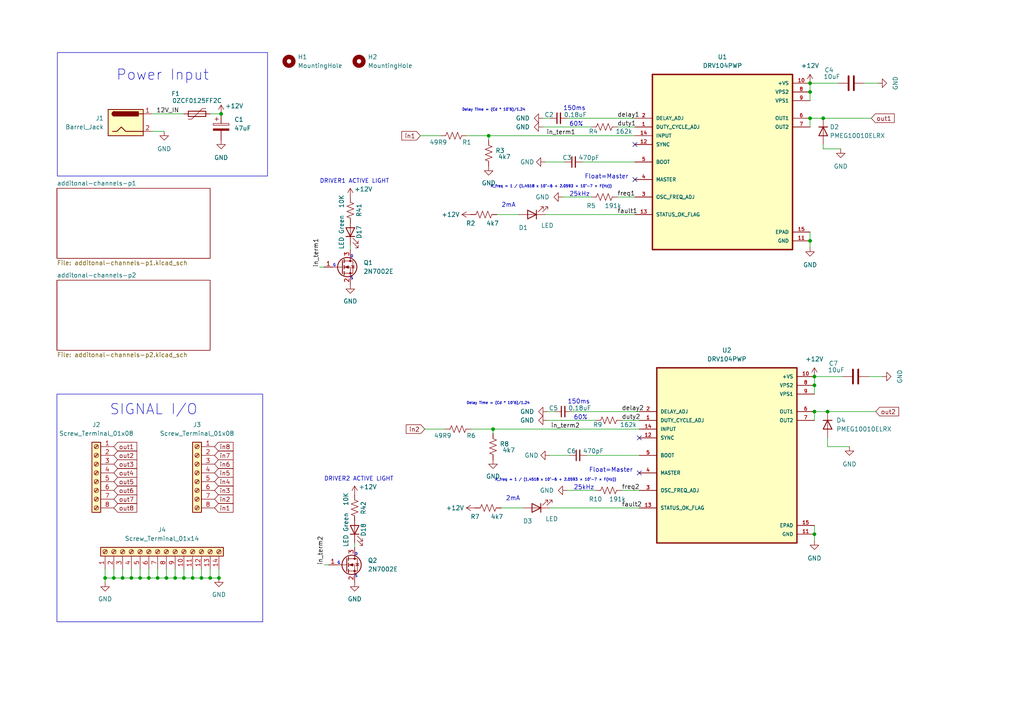
<source format=kicad_sch>
(kicad_sch (version 20230121) (generator eeschema)
  (paper "A4")
  (title_block (title "8 Channel PWM Solenoid Driver") (date "2023-08-16") (rev "1.0") (company "Boston University"))
  (lib_symbols
    (symbol "Connector:Barrel_Jack" (pin_names (offset 1.016))
      (property "Reference" "J" (at 0 5.334 0))
      (property "Value" "Barrel_Jack" (at 0 -5.08 0))
      (symbol "Barrel_Jack_0_1"
        (rectangle (start -5.08 3.81) (end 5.08 -3.81) (stroke (width 0.254)) (fill (type background)))
        (arc (start -3.302 3.175) (mid -3.9343 2.54) (end -3.302 1.905) (stroke (width 0.254)))
        (arc (start -3.302 3.175) (mid -3.9343 2.54) (end -3.302 1.905) (stroke (width 0.254)) (fill (type outline)))
        (polyline (pts (xy 5.08 2.54) (xy 3.81 2.54)) (stroke (width 0.254)))
        (polyline (pts (xy -3.81 -2.54) (xy -2.54 -2.54) (xy -1.27 -1.27) (xy 0 -2.54) (xy 2.54 -2.54) (xy 5.08 -2.54)) (stroke (width 0.254)))
        (rectangle (start 3.683 3.175) (end -3.302 1.905) (stroke (width 0.254)) (fill (type outline)))
      )
      (symbol "Barrel_Jack_1_1"
        (pin passive line (at 7.62 2.54 180) (length 2.54) (name "~") (number "1"))
        (pin passive line (at 7.62 -2.54 180) (length 2.54) (name "~") (number "2"))
      )
    )
    (symbol "Connector:Screw_Terminal_01x08" (pin_names (offset 1.016) hide)
      (property "Reference" "J" (at 0 10.16 0))
      (property "Value" "Screw_Terminal_01x08" (at 0 -12.7 0))
      (symbol "Screw_Terminal_01x08_1_1"
        (rectangle (start -1.27 8.89) (end 1.27 -11.43) (stroke (width 0.254)) (fill (type background)))
        (circle (center 0 -10.16) (radius 0.635) (stroke (width 0.1524)))
        (circle (center 0 -7.62) (radius 0.635) (stroke (width 0.1524)))
        (circle (center 0 -5.08) (radius 0.635) (stroke (width 0.1524)))
        (circle (center 0 -2.54) (radius 0.635) (stroke (width 0.1524)))
        (polyline (pts (xy -0.5334 -9.8298) (xy 0.3302 -10.668)) (stroke (width 0.1524)))
        (polyline (pts (xy -0.5334 -7.2898) (xy 0.3302 -8.128)) (stroke (width 0.1524)))
        (polyline (pts (xy -0.5334 -4.7498) (xy 0.3302 -5.588)) (stroke (width 0.1524)))
        (polyline (pts (xy -0.5334 -2.2098) (xy 0.3302 -3.048)) (stroke (width 0.1524)))
        (polyline (pts (xy -0.5334 0.3302) (xy 0.3302 -0.508)) (stroke (width 0.1524)))
        (polyline (pts (xy -0.5334 2.8702) (xy 0.3302 2.032)) (stroke (width 0.1524)))
        (polyline (pts (xy -0.5334 5.4102) (xy 0.3302 4.572)) (stroke (width 0.1524)))
        (polyline (pts (xy -0.5334 7.9502) (xy 0.3302 7.112)) (stroke (width 0.1524)))
        (polyline (pts (xy -0.3556 -9.652) (xy 0.508 -10.4902)) (stroke (width 0.1524)))
        (polyline (pts (xy -0.3556 -7.112) (xy 0.508 -7.9502)) (stroke (width 0.1524)))
        (polyline (pts (xy -0.3556 -4.572) (xy 0.508 -5.4102)) (stroke (width 0.1524)))
        (polyline (pts (xy -0.3556 -2.032) (xy 0.508 -2.8702)) (stroke (width 0.1524)))
        (polyline (pts (xy -0.3556 0.508) (xy 0.508 -0.3302)) (stroke (width 0.1524)))
        (polyline (pts (xy -0.3556 3.048) (xy 0.508 2.2098)) (stroke (width 0.1524)))
        (polyline (pts (xy -0.3556 5.588) (xy 0.508 4.7498)) (stroke (width 0.1524)))
        (polyline (pts (xy -0.3556 8.128) (xy 0.508 7.2898)) (stroke (width 0.1524)))
        (circle (center 0 0) (radius 0.635) (stroke (width 0.1524)))
        (circle (center 0 2.54) (radius 0.635) (stroke (width 0.1524)))
        (circle (center 0 5.08) (radius 0.635) (stroke (width 0.1524)))
        (circle (center 0 7.62) (radius 0.635) (stroke (width 0.1524)))
        (pin passive line (at -5.08 7.62 0) (length 3.81) (name "Pin_1") (number "1"))
        (pin passive line (at -5.08 5.08 0) (length 3.81) (name "Pin_2") (number "2"))
        (pin passive line (at -5.08 2.54 0) (length 3.81) (name "Pin_3") (number "3"))
        (pin passive line (at -5.08 0 0) (length 3.81) (name "Pin_4") (number "4"))
        (pin passive line (at -5.08 -2.54 0) (length 3.81) (name "Pin_5") (number "5"))
        (pin passive line (at -5.08 -5.08 0) (length 3.81) (name "Pin_6") (number "6"))
        (pin passive line (at -5.08 -7.62 0) (length 3.81) (name "Pin_7") (number "7"))
        (pin passive line (at -5.08 -10.16 0) (length 3.81) (name "Pin_8") (number "8"))
      )
    )
    (symbol "Connector:Screw_Terminal_01x14" (pin_names (offset 1.016) hide)
      (property "Reference" "J" (at 0 17.78 0))
      (property "Value" "Screw_Terminal_01x14" (at 0 -20.32 0))
      (symbol "Screw_Terminal_01x14_1_1"
        (rectangle (start -1.27 16.51) (end 1.27 -19.05) (stroke (width 0.254)) (fill (type background)))
        (circle (center 0 -17.78) (radius 0.635) (stroke (width 0.1524)))
        (circle (center 0 -15.24) (radius 0.635) (stroke (width 0.1524)))
        (circle (center 0 -12.7) (radius 0.635) (stroke (width 0.1524)))
        (circle (center 0 -10.16) (radius 0.635) (stroke (width 0.1524)))
        (circle (center 0 -7.62) (radius 0.635) (stroke (width 0.1524)))
        (circle (center 0 -5.08) (radius 0.635) (stroke (width 0.1524)))
        (circle (center 0 -2.54) (radius 0.635) (stroke (width 0.1524)))
        (polyline (pts (xy -0.5334 -17.4498) (xy 0.3302 -18.288)) (stroke (width 0.1524)))
        (polyline (pts (xy -0.5334 -14.9098) (xy 0.3302 -15.748)) (stroke (width 0.1524)))
        (polyline (pts (xy -0.5334 -12.3698) (xy 0.3302 -13.208)) (stroke (width 0.1524)))
        (polyline (pts (xy -0.5334 -9.8298) (xy 0.3302 -10.668)) (stroke (width 0.1524)))
        (polyline (pts (xy -0.5334 -7.2898) (xy 0.3302 -8.128)) (stroke (width 0.1524)))
        (polyline (pts (xy -0.5334 -4.7498) (xy 0.3302 -5.588)) (stroke (width 0.1524)))
        (polyline (pts (xy -0.5334 -2.2098) (xy 0.3302 -3.048)) (stroke (width 0.1524)))
        (polyline (pts (xy -0.5334 0.3302) (xy 0.3302 -0.508)) (stroke (width 0.1524)))
        (polyline (pts (xy -0.5334 2.8702) (xy 0.3302 2.032)) (stroke (width 0.1524)))
        (polyline (pts (xy -0.5334 5.4102) (xy 0.3302 4.572)) (stroke (width 0.1524)))
        (polyline (pts (xy -0.5334 7.9502) (xy 0.3302 7.112)) (stroke (width 0.1524)))
        (polyline (pts (xy -0.5334 10.4902) (xy 0.3302 9.652)) (stroke (width 0.1524)))
        (polyline (pts (xy -0.5334 13.0302) (xy 0.3302 12.192)) (stroke (width 0.1524)))
        (polyline (pts (xy -0.5334 15.5702) (xy 0.3302 14.732)) (stroke (width 0.1524)))
        (polyline (pts (xy -0.3556 -17.272) (xy 0.508 -18.1102)) (stroke (width 0.1524)))
        (polyline (pts (xy -0.3556 -14.732) (xy 0.508 -15.5702)) (stroke (width 0.1524)))
        (polyline (pts (xy -0.3556 -12.192) (xy 0.508 -13.0302)) (stroke (width 0.1524)))
        (polyline (pts (xy -0.3556 -9.652) (xy 0.508 -10.4902)) (stroke (width 0.1524)))
        (polyline (pts (xy -0.3556 -7.112) (xy 0.508 -7.9502)) (stroke (width 0.1524)))
        (polyline (pts (xy -0.3556 -4.572) (xy 0.508 -5.4102)) (stroke (width 0.1524)))
        (polyline (pts (xy -0.3556 -2.032) (xy 0.508 -2.8702)) (stroke (width 0.1524)))
        (polyline (pts (xy -0.3556 0.508) (xy 0.508 -0.3302)) (stroke (width 0.1524)))
        (polyline (pts (xy -0.3556 3.048) (xy 0.508 2.2098)) (stroke (width 0.1524)))
        (polyline (pts (xy -0.3556 5.588) (xy 0.508 4.7498)) (stroke (width 0.1524)))
        (polyline (pts (xy -0.3556 8.128) (xy 0.508 7.2898)) (stroke (width 0.1524)))
        (polyline (pts (xy -0.3556 10.668) (xy 0.508 9.8298)) (stroke (width 0.1524)))
        (polyline (pts (xy -0.3556 13.208) (xy 0.508 12.3698)) (stroke (width 0.1524)))
        (polyline (pts (xy -0.3556 15.748) (xy 0.508 14.9098)) (stroke (width 0.1524)))
        (circle (center 0 0) (radius 0.635) (stroke (width 0.1524)))
        (circle (center 0 2.54) (radius 0.635) (stroke (width 0.1524)))
        (circle (center 0 5.08) (radius 0.635) (stroke (width 0.1524)))
        (circle (center 0 7.62) (radius 0.635) (stroke (width 0.1524)))
        (circle (center 0 10.16) (radius 0.635) (stroke (width 0.1524)))
        (circle (center 0 12.7) (radius 0.635) (stroke (width 0.1524)))
        (circle (center 0 15.24) (radius 0.635) (stroke (width 0.1524)))
        (pin passive line (at -5.08 15.24 0) (length 3.81) (name "Pin_1") (number "1"))
        (pin passive line (at -5.08 -7.62 0) (length 3.81) (name "Pin_10") (number "10"))
        (pin passive line (at -5.08 -10.16 0) (length 3.81) (name "Pin_11") (number "11"))
        (pin passive line (at -5.08 -12.7 0) (length 3.81) (name "Pin_12") (number "12"))
        (pin passive line (at -5.08 -15.24 0) (length 3.81) (name "Pin_13") (number "13"))
        (pin passive line (at -5.08 -17.78 0) (length 3.81) (name "Pin_14") (number "14"))
        (pin passive line (at -5.08 12.7 0) (length 3.81) (name "Pin_2") (number "2"))
        (pin passive line (at -5.08 10.16 0) (length 3.81) (name "Pin_3") (number "3"))
        (pin passive line (at -5.08 7.62 0) (length 3.81) (name "Pin_4") (number "4"))
        (pin passive line (at -5.08 5.08 0) (length 3.81) (name "Pin_5") (number "5"))
        (pin passive line (at -5.08 2.54 0) (length 3.81) (name "Pin_6") (number "6"))
        (pin passive line (at -5.08 0 0) (length 3.81) (name "Pin_7") (number "7"))
        (pin passive line (at -5.08 -2.54 0) (length 3.81) (name "Pin_8") (number "8"))
        (pin passive line (at -5.08 -5.08 0) (length 3.81) (name "Pin_9") (number "9"))
      )
    )
    (symbol "DRV104PWP:DRV104PWP" (pin_names (offset 1.016))
      (property "Reference" "U" (at -20.32 26.4 0))
      (property "Value" "DRV104PWP" (at -20.32 -29.4 0))
      (symbol "DRV104PWP_0_0"
        (rectangle (start -20.32 -25.4) (end 20.32 25.4) (stroke (width 0.41)) (fill (type background)))
        (pin input line (at -25.4 10.16 0) (length 5.08) (name "DUTY_CYCLE_ADJ") (number "1"))
        (pin power_in line (at 25.4 22.86 180) (length 5.08) (name "+VS") (number "10"))
        (pin power_in line (at 25.4 -22.86 180) (length 5.08) (name "GND") (number "11"))
        (pin input line (at -25.4 5.08 0) (length 5.08) (name "SYNC") (number "12"))
        (pin bidirectional line (at -25.4 -15.24 0) (length 5.08) (name "STATUS_OK_FLAG") (number "13"))
        (pin input line (at -25.4 7.62 0) (length 5.08) (name "INPUT") (number "14"))
        (pin power_in line (at 25.4 -20.32 180) (length 5.08) (name "EPAD") (number "15"))
        (pin input line (at -25.4 12.7 0) (length 5.08) (name "DELAY_ADJ") (number "2"))
        (pin bidirectional line (at -25.4 -10.16 0) (length 5.08) (name "OSC_FREQ_ADJ") (number "3"))
        (pin bidirectional line (at -25.4 -5.08 0) (length 5.08) (name "MASTER") (number "4"))
        (pin bidirectional line (at -25.4 0 0) (length 5.08) (name "BOOT") (number "5"))
        (pin output line (at 25.4 12.7 180) (length 5.08) (name "OUT1") (number "6"))
        (pin output line (at 25.4 10.16 180) (length 5.08) (name "OUT2") (number "7"))
        (pin power_in line (at 25.4 20.32 180) (length 5.08) (name "VPS2") (number "8"))
        (pin power_in line (at 25.4 17.78 180) (length 5.08) (name "VPS1") (number "9"))
      )
    )
    (symbol "Device:C" (pin_numbers hide) (pin_names (offset 0.254))
      (property "Reference" "C" (at 0.635 2.54 0))
      (property "Value" "C" (at 0.635 -2.54 0))
      (symbol "C_0_1"
        (polyline (pts (xy -2.032 -0.762) (xy 2.032 -0.762)) (stroke (width 0.508)))
        (polyline (pts (xy -2.032 0.762) (xy 2.032 0.762)) (stroke (width 0.508)))
      )
      (symbol "C_1_1"
        (pin passive line (at 0 3.81 270) (length 2.794) (name "~") (number "1"))
        (pin passive line (at 0 -3.81 90) (length 2.794) (name "~") (number "2"))
      )
    )
    (symbol "Device:C_Polarized" (pin_numbers hide) (pin_names (offset 0.254))
      (property "Reference" "C" (at 0.635 2.54 0))
      (property "Value" "C_Polarized" (at 0.635 -2.54 0))
      (symbol "C_Polarized_0_1"
        (rectangle (start -2.286 0.508) (end 2.286 1.016))
        (polyline (pts (xy -1.778 2.286) (xy -0.762 2.286)))
        (polyline (pts (xy -1.27 2.794) (xy -1.27 1.778)))
        (rectangle (start 2.286 -0.508) (end -2.286 -1.016) (fill (type outline)))
      )
      (symbol "C_Polarized_1_1"
        (pin passive line (at 0 3.81 270) (length 2.794) (name "~") (number "1"))
        (pin passive line (at 0 -3.81 90) (length 2.794) (name "~") (number "2"))
      )
    )
    (symbol "Device:C_Small" (pin_numbers hide) (pin_names (offset 0.254) hide)
      (property "Reference" "C" (at 0.254 1.778 0))
      (property "Value" "C_Small" (at 0.254 -2.032 0))
      (symbol "C_Small_0_1"
        (polyline (pts (xy -1.524 -0.508) (xy 1.524 -0.508)) (stroke (width 0.3302)))
        (polyline (pts (xy -1.524 0.508) (xy 1.524 0.508)) (stroke (width 0.3048)))
      )
      (symbol "C_Small_1_1"
        (pin passive line (at 0 2.54 270) (length 2.032) (name "~") (number "1"))
        (pin passive line (at 0 -2.54 90) (length 2.032) (name "~") (number "2"))
      )
    )
    (symbol "Device:D" (pin_numbers hide) (pin_names (offset 1.016) hide)
      (property "Reference" "D" (at 0 2.54 0))
      (property "Value" "D" (at 0 -2.54 0))
      (symbol "D_0_1"
        (polyline (pts (xy -1.27 1.27) (xy -1.27 -1.27)) (stroke (width 0.254)))
        (polyline (pts (xy 1.27 0) (xy -1.27 0)))
        (polyline (pts (xy 1.27 1.27) (xy 1.27 -1.27) (xy -1.27 0) (xy 1.27 1.27)) (stroke (width 0.254)))
      )
      (symbol "D_1_1"
        (pin passive line (at -3.81 0 0) (length 2.54) (name "K") (number "1"))
        (pin passive line (at 3.81 0 180) (length 2.54) (name "A") (number "2"))
      )
    )
    (symbol "Device:LED" (pin_numbers hide) (pin_names (offset 1.016) hide)
      (property "Reference" "D" (at 0 2.54 0))
      (property "Value" "LED" (at 0 -2.54 0))
      (symbol "LED_0_1"
        (polyline (pts (xy -1.27 -1.27) (xy -1.27 1.27)) (stroke (width 0.254)))
        (polyline (pts (xy -1.27 0) (xy 1.27 0)))
        (polyline (pts (xy 1.27 -1.27) (xy 1.27 1.27) (xy -1.27 0) (xy 1.27 -1.27)) (stroke (width 0.254)))
        (polyline (pts (xy -3.048 -0.762) (xy -4.572 -2.286) (xy -3.81 -2.286) (xy -4.572 -2.286) (xy -4.572 -1.524)))
        (polyline (pts (xy -1.778 -0.762) (xy -3.302 -2.286) (xy -2.54 -2.286) (xy -3.302 -2.286) (xy -3.302 -1.524)))
      )
      (symbol "LED_1_1"
        (pin passive line (at -3.81 0 0) (length 2.54) (name "K") (number "1"))
        (pin passive line (at 3.81 0 180) (length 2.54) (name "A") (number "2"))
      )
    )
    (symbol "Device:Polyfuse" (pin_numbers hide) (pin_names (offset 0))
      (property "Reference" "F" (at -2.54 0 90))
      (property "Value" "Polyfuse" (at 2.54 0 90))
      (symbol "Polyfuse_0_1"
        (rectangle (start -0.762 2.54) (end 0.762 -2.54) (stroke (width 0.254)))
        (polyline (pts (xy 0 2.54) (xy 0 -2.54)))
        (polyline (pts (xy -1.524 2.54) (xy -1.524 1.524) (xy 1.524 -1.524) (xy 1.524 -2.54)))
      )
      (symbol "Polyfuse_1_1"
        (pin passive line (at 0 3.81 270) (length 1.27) (name "~") (number "1"))
        (pin passive line (at 0 -3.81 90) (length 1.27) (name "~") (number "2"))
      )
    )
    (symbol "Device:R_US" (pin_numbers hide) (pin_names (offset 0))
      (property "Reference" "R" (at 2.54 0 90))
      (property "Value" "R_US" (at -2.54 0 90))
      (symbol "R_US_0_1"
        (polyline (pts (xy 0 -2.286) (xy 0 -2.54)))
        (polyline (pts (xy 0 2.286) (xy 0 2.54)))
        (polyline (pts (xy 0 -0.762) (xy 1.016 -1.143) (xy 0 -1.524) (xy -1.016 -1.905) (xy 0 -2.286)))
        (polyline (pts (xy 0 0.762) (xy 1.016 0.381) (xy 0 0) (xy -1.016 -0.381) (xy 0 -0.762)))
        (polyline (pts (xy 0 2.286) (xy 1.016 1.905) (xy 0 1.524) (xy -1.016 1.143) (xy 0 0.762)))
      )
      (symbol "R_US_1_1"
        (pin passive line (at 0 3.81 270) (length 1.27) (name "~") (number "1"))
        (pin passive line (at 0 -3.81 90) (length 1.27) (name "~") (number "2"))
      )
    )
    (symbol "Mechanical:MountingHole" (pin_names (offset 1.016))
      (property "Reference" "H" (at 0 5.08 0))
      (property "Value" "MountingHole" (at 0 3.175 0))
      (symbol "MountingHole_0_1"
        (circle (center 0 0) (radius 1.27) (stroke (width 1.27)))
      )
    )
    (symbol "Transistor_FET:2N7002E" (pin_names hide)
      (property "Reference" "Q" (at 5.08 1.905 0))
      (property "Value" "2N7002E" (at 5.08 0 0))
      (symbol "2N7002E_0_1"
        (polyline (pts (xy 0.254 0) (xy -2.54 0)))
        (polyline (pts (xy 0.254 1.905) (xy 0.254 -1.905)) (stroke (width 0.254)))
        (polyline (pts (xy 0.762 -1.27) (xy 0.762 -2.286)) (stroke (width 0.254)))
        (polyline (pts (xy 0.762 0.508) (xy 0.762 -0.508)) (stroke (width 0.254)))
        (polyline (pts (xy 0.762 2.286) (xy 0.762 1.27)) (stroke (width 0.254)))
        (polyline (pts (xy 2.54 2.54) (xy 2.54 1.778)))
        (polyline (pts (xy 2.54 -2.54) (xy 2.54 0) (xy 0.762 0)))
        (polyline (pts (xy 0.762 -1.778) (xy 3.302 -1.778) (xy 3.302 1.778) (xy 0.762 1.778)))
        (polyline (pts (xy 1.016 0) (xy 2.032 0.381) (xy 2.032 -0.381) (xy 1.016 0)) (fill (type outline)))
        (polyline (pts (xy 2.794 0.508) (xy 2.921 0.381) (xy 3.683 0.381) (xy 3.81 0.254)))
        (polyline (pts (xy 3.302 0.381) (xy 2.921 -0.254) (xy 3.683 -0.254) (xy 3.302 0.381)))
        (circle (center 1.651 0) (radius 2.794) (stroke (width 0.254)))
        (circle (center 2.54 -1.778) (radius 0.254) (fill (type outline)))
        (circle (center 2.54 1.778) (radius 0.254) (fill (type outline)))
      )
      (symbol "2N7002E_1_1"
        (pin input line (at -5.08 0 0) (length 2.54) (name "G") (number "1"))
        (pin passive line (at 2.54 -5.08 90) (length 2.54) (name "S") (number "2"))
        (pin passive line (at 2.54 5.08 270) (length 2.54) (name "D") (number "3"))
      )
    )
    (symbol "power:+12V" (power) (pin_names (offset 0))
      (property "Value" "+12V" (at 0 3.556 0))
      (symbol "+12V_0_1"
        (polyline (pts (xy -0.762 1.27) (xy 0 2.54)))
        (polyline (pts (xy 0 0) (xy 0 2.54)))
        (polyline (pts (xy 0 2.54) (xy 0.762 1.27)))
      )
      (symbol "+12V_1_1"
        (pin power_in line (at 0 0 90) (length 0) hide (name "+12V") (number "1"))
      )
    )
    (symbol "power:GND" (power) (pin_names (offset 0))
      (property "Value" "GND" (at 0 -3.81 0))
      (symbol "GND_0_1"
        (polyline (pts (xy 0 0) (xy 0 -1.27) (xy 1.27 -1.27) (xy 0 -2.54) (xy -1.27 -1.27) (xy 0 -1.27)))
      )
      (symbol "GND_1_1"
        (pin power_in line (at 0 0 270) (length 0) hide (name "GND") (number "1"))
      )
    )
  )
  (junction (at 50.8 167.64))
  (junction (at 236.22 154.94))
  (junction (at 238.76 34.29))
  (junction (at 234.95 34.29))
  (junction (at 236.22 111.76))
  (junction (at 63.5 167.64))
  (junction (at 43.18 167.64))
  (junction (at 53.34 167.64))
  (junction (at 45.72 167.64))
  (junction (at 48.26 167.64))
  (junction (at 33.02 167.64))
  (junction (at 141.732 39.37))
  (junction (at 58.42 167.64))
  (junction (at 38.1 167.64))
  (junction (at 64.135 33.02))
  (junction (at 60.96 167.64))
  (junction (at 234.95 26.67))
  (junction (at 30.48 167.64))
  (junction (at 234.95 69.85))
  (junction (at 143.002 124.46))
  (junction (at 234.95 24.13))
  (junction (at 236.22 109.22))
  (junction (at 35.56 167.64))
  (junction (at 240.03 119.38))
  (junction (at 236.22 119.38))
  (junction (at 55.88 167.64))
  (junction (at 40.64 167.64))
  (no_connect (at 185.42 127))
  (no_connect (at 184.15 41.91))
  (no_connect (at 184.15 52.07))
  (no_connect (at 185.42 137.16))
  (wire (pts (xy 141.732 39.37) (xy 184.15 39.37)))
  (wire (pts (xy 234.95 34.29) (xy 238.76 34.29)))
  (wire (pts (xy 43.18 165.1) (xy 43.18 167.64)))
  (wire (pts (xy 160.782 119.38) (xy 158.75 119.38)))
  (wire (pts (xy 55.88 165.1) (xy 55.88 167.64)))
  (wire (pts (xy 159.512 34.29) (xy 157.48 34.29)))
  (wire (pts (xy 165.1 132.08) (xy 159.385 132.08)))
  (wire (pts (xy 48.26 167.64) (xy 45.72 167.64)))
  (wire (pts (xy 236.22 111.76) (xy 236.22 114.3)))
  (wire (pts (xy 144.145 62.23) (xy 150.495 62.23)))
  (wire (pts (xy 236.22 152.4) (xy 236.22 154.94)))
  (wire (pts (xy 234.95 26.67) (xy 234.95 29.21)))
  (wire (pts (xy 63.5 167.64) (xy 60.96 167.64)))
  (wire (pts (xy 157.48 36.83) (xy 171.45 36.83)))
  (wire (pts (xy 180.34 121.92) (xy 185.42 121.92)))
  (wire (pts (xy 234.95 69.85) (xy 234.95 71.755)))
  (wire (pts (xy 236.22 119.38) (xy 240.03 119.38)))
  (wire (pts (xy 63.5 165.1) (xy 63.5 167.64)))
  (wire (pts (xy 135.382 39.37) (xy 141.732 39.37)))
  (wire (pts (xy 168.91 46.99) (xy 184.15 46.99)))
  (wire (pts (xy 236.22 154.94) (xy 236.22 156.845)))
  (wire (pts (xy 164.465 142.24) (xy 172.72 142.24)))
  (wire (pts (xy 143.002 124.46) (xy 143.002 125.73)))
  (wire (pts (xy 238.76 43.18) (xy 238.76 41.91)))
  (wire (pts (xy 141.732 39.37) (xy 141.732 40.64)))
  (wire (pts (xy 45.72 165.1) (xy 45.72 167.64)))
  (wire (pts (xy 35.56 165.1) (xy 35.56 167.64)))
  (wire (pts (xy 55.88 167.64) (xy 53.34 167.64)))
  (wire (pts (xy 170.18 132.08) (xy 185.42 132.08)))
  (wire (pts (xy 136.652 124.46) (xy 143.002 124.46)))
  (wire (pts (xy 238.76 34.29) (xy 252.73 34.29)))
  (wire (pts (xy 251.968 109.22) (xy 255.905 109.22)))
  (wire (pts (xy 30.48 168.91) (xy 30.48 167.64)))
  (wire (pts (xy 58.42 165.1) (xy 58.42 167.64)))
  (wire (pts (xy 45.72 167.64) (xy 43.18 167.64)))
  (wire (pts (xy 53.34 165.1) (xy 53.34 167.64)))
  (wire (pts (xy 234.95 67.31) (xy 234.95 69.85)))
  (wire (pts (xy 50.8 167.64) (xy 48.26 167.64)))
  (wire (pts (xy 143.002 124.46) (xy 185.42 124.46)))
  (wire (pts (xy 35.56 167.64) (xy 33.02 167.64)))
  (wire (pts (xy 250.698 24.13) (xy 254.635 24.13)))
  (wire (pts (xy 234.95 24.13) (xy 234.95 26.67)))
  (wire (pts (xy 236.22 109.22) (xy 236.22 111.76)))
  (wire (pts (xy 58.42 167.64) (xy 55.88 167.64)))
  (wire (pts (xy 234.95 34.29) (xy 234.95 36.83)))
  (wire (pts (xy 121.92 39.37) (xy 127.762 39.37)))
  (wire (pts (xy 236.22 119.38) (xy 236.22 121.92)))
  (wire (pts (xy 158.75 121.92) (xy 172.72 121.92)))
  (wire (pts (xy 60.96 167.64) (xy 58.42 167.64)))
  (wire (pts (xy 102.87 157.48) (xy 102.87 158.75)))
  (wire (pts (xy 44.069 33.02) (xy 53.34 33.02)))
  (wire (pts (xy 92.71 77.47) (xy 93.98 77.47)))
  (wire (pts (xy 243.078 24.13) (xy 234.95 24.13)))
  (wire (pts (xy 243.84 43.18) (xy 238.76 43.18)))
  (wire (pts (xy 33.02 165.1) (xy 33.02 167.64)))
  (wire (pts (xy 101.6 64.77) (xy 101.6 63.5)))
  (wire (pts (xy 38.1 165.1) (xy 38.1 167.64)))
  (wire (pts (xy 159.385 147.32) (xy 185.42 147.32)))
  (wire (pts (xy 145.415 147.32) (xy 151.765 147.32)))
  (wire (pts (xy 102.87 151.13) (xy 102.87 149.86)))
  (wire (pts (xy 158.115 62.23) (xy 184.15 62.23)))
  (wire (pts (xy 60.96 33.02) (xy 64.135 33.02)))
  (wire (pts (xy 164.592 34.29) (xy 184.15 34.29)))
  (wire (pts (xy 240.03 119.38) (xy 254 119.38)))
  (wire (pts (xy 40.64 167.64) (xy 38.1 167.64)))
  (wire (pts (xy 93.98 163.83) (xy 95.25 163.83)))
  (wire (pts (xy 180.34 142.24) (xy 185.42 142.24)))
  (wire (pts (xy 38.1 167.64) (xy 35.56 167.64)))
  (wire (pts (xy 43.18 167.64) (xy 40.64 167.64)))
  (wire (pts (xy 33.02 167.64) (xy 30.48 167.64)))
  (wire (pts (xy 246.38 129.54) (xy 240.03 129.54)))
  (wire (pts (xy 40.64 165.1) (xy 40.64 167.64)))
  (wire (pts (xy 179.07 57.15) (xy 184.15 57.15)))
  (wire (pts (xy 101.6 71.12) (xy 101.6 72.39)))
  (wire (pts (xy 48.26 165.1) (xy 48.26 167.64)))
  (wire (pts (xy 165.862 119.38) (xy 185.42 119.38)))
  (wire (pts (xy 30.48 167.64) (xy 30.48 165.1)))
  (wire (pts (xy 123.19 124.46) (xy 129.032 124.46)))
  (wire (pts (xy 179.07 36.83) (xy 184.15 36.83)))
  (wire (pts (xy 60.96 165.1) (xy 60.96 167.64)))
  (wire (pts (xy 163.195 57.15) (xy 171.45 57.15)))
  (wire (pts (xy 244.348 109.22) (xy 236.22 109.22)))
  (wire (pts (xy 53.34 167.64) (xy 50.8 167.64)))
  (wire (pts (xy 240.03 129.54) (xy 240.03 127)))
  (wire (pts (xy 44.069 38.1) (xy 47.625 38.1)))
  (wire (pts (xy 163.83 46.99) (xy 158.115 46.99)))
  (wire (pts (xy 50.8 165.1) (xy 50.8 167.64)))
  (rectangle (start 16.51 114.3) (end 76.2 180.34))
  (rectangle (start 16.637 15.24) (end 77.597 51.054))
  (text "Float=Master" (at 170.815 137.16 0) (effects (font (size 1.27 1.27)) (justify left bottom)))
  (text "S" (at 101.6 81.28 0) (effects (font (size 0.75 0.75)) (justify left bottom)))
  (text "25kHz" (at 166.37 142.24 0) (effects (font (size 1.27 1.27)) (justify left bottom)))
  (text "60%" (at 165.1 36.83 0) (effects (font (size 1.27 1.27)) (justify left bottom)))
  (text "60%" (at 166.37 121.92 0) (effects (font (size 1.27 1.27)) (justify left bottom)))
  (text "Delay Time = (Cd * 10^6)/1.24" (at 135.255 117.475 0) (effects (font (size 0.75 0.75)) (justify left bottom)))
  (text "2mA" (at 146.685 145.415 0) (effects (font (size 1.27 1.27)) (justify left bottom)))
  (text "D" (at 101.6 74.93 0) (effects (font (size 0.75 0.75)) (justify left bottom)))
  (text "150ms" (at 163.322 32.258 0) (effects (font (size 1.27 1.27)) (justify left bottom)))
  (text "150ms" (at 164.592 117.348 0) (effects (font (size 1.27 1.27)) (justify left bottom)))
  (text "S" (at 102.87 167.64 0) (effects (font (size 0.75 0.75)) (justify left bottom)))
  (text "Float=Master" (at 169.545 52.07 0) (effects (font (size 1.27 1.27)) (justify left bottom)))
  (text "Delay Time = (Cd * 10^6)/1.24" (at 133.985 32.385 0) (effects (font (size 0.75 0.75)) (justify left bottom)))
  (text "Power Input" (at 33.655 23.622 0) (effects (font (size 3 3)) (justify left bottom)))
  (text "2mA" (at 145.415 60.325 0) (effects (font (size 1.27 1.27)) (justify left bottom)))
  (text "G" (at 96.52 77.47 0) (effects (font (size 0.75 0.75)) (justify left bottom)))
  (text "DRIVER2 ACTIVE LIGHT" (at 93.98 139.7 0) (effects (font (size 1.2 1.2)) (justify left bottom)))
  (text "25kHz" (at 165.1 57.15 0) (effects (font (size 1.27 1.27)) (justify left bottom)))
  (text "DRIVER1 ACTIVE LIGHT" (at 92.71 53.34 0) (effects (font (size 1.2 1.2)) (justify left bottom)))
  (text "D" (at 102.87 161.29 0) (effects (font (size 0.75 0.75)) (justify left bottom)))
  (text "R_freq = 1 / (1.4518 x 10^−6 + 2.0593 × 10^−7 × F(Hz))" (at 142.24 54.61 0) (effects (font (size 0.75 0.75)) (justify left bottom)))
  (text "R_freq = 1 / (1.4518 x 10^−6 + 2.0593 × 10^−7 × F(Hz))" (at 143.51 139.7 0) (effects (font (size 0.75 0.75)) (justify left bottom)))
  (text "SIGNAL I/O" (at 31.75 120.65 0) (effects (font (size 3 3)) (justify left bottom)))
  (text "G" (at 97.79 163.83 0) (effects (font (size 0.75 0.75)) (justify left bottom)))
  (label "duty2" (at 180.34 121.92 0))
  (label "fault1" (at 179.07 62.23 0))
  (label "fault2" (at 180.34 147.32 0))
  (label "delay2" (at 180.34 119.38 0))
  (label "duty1" (at 179.07 36.83 0))
  (label "in_term2" (at 93.98 163.83 90))
  (label "in_term2" (at 159.766 124.46 0))
  (label "in_term1" (at 158.496 39.37 0))
  (label "freq2" (at 180.34 142.24 0))
  (label "delay1" (at 179.07 34.29 0))
  (label "12V_IN" (at 45.339 33.02 0))
  (label "in_term1" (at 92.71 77.47 90))
  (label "freq1" (at 179.07 57.15 0))
  (global_label "out1" (shape input) (at 252.73 34.29 0) (property "Intersheetrefs" "${INTERSHEET_REFS}" (effects hide)))
  (global_label "in6" (shape input) (at 62.23 134.62 0) (property "Intersheetrefs" "${INTERSHEET_REFS}" (effects hide)))
  (global_label "in5" (shape input) (at 62.23 137.16 0) (property "Intersheetrefs" "${INTERSHEET_REFS}" (effects hide)))
  (global_label "out2" (shape input) (at 254 119.38 0) (property "Intersheetrefs" "${INTERSHEET_REFS}" (effects hide)))
  (global_label "out7" (shape input) (at 33.02 144.78 0) (property "Intersheetrefs" "${INTERSHEET_REFS}" (effects hide)))
  (global_label "in2" (shape input) (at 62.23 144.78 0) (property "Intersheetrefs" "${INTERSHEET_REFS}" (effects hide)))
  (global_label "out2" (shape input) (at 33.02 132.08 0) (property "Intersheetrefs" "${INTERSHEET_REFS}" (effects hide)))
  (global_label "in1" (shape input) (at 62.23 147.32 0) (property "Intersheetrefs" "${INTERSHEET_REFS}" (effects hide)))
  (global_label "in1" (shape input) (at 121.92 39.37 180) (property "Intersheetrefs" "${INTERSHEET_REFS}" (effects hide)))
  (global_label "in7" (shape input) (at 62.23 132.08 0) (property "Intersheetrefs" "${INTERSHEET_REFS}" (effects hide)))
  (global_label "in4" (shape input) (at 62.23 139.7 0) (property "Intersheetrefs" "${INTERSHEET_REFS}" (effects hide)))
  (global_label "in8" (shape input) (at 62.23 129.54 0) (property "Intersheetrefs" "${INTERSHEET_REFS}" (effects hide)))
  (global_label "out8" (shape input) (at 33.02 147.32 0) (property "Intersheetrefs" "${INTERSHEET_REFS}" (effects hide)))
  (global_label "in2" (shape input) (at 123.19 124.46 180) (property "Intersheetrefs" "${INTERSHEET_REFS}" (effects hide)))
  (global_label "out6" (shape input) (at 33.02 142.24 0) (property "Intersheetrefs" "${INTERSHEET_REFS}" (effects hide)))
  (global_label "in3" (shape input) (at 62.23 142.24 0) (property "Intersheetrefs" "${INTERSHEET_REFS}" (effects hide)))
  (global_label "out4" (shape input) (at 33.02 137.16 0) (property "Intersheetrefs" "${INTERSHEET_REFS}" (effects hide)))
  (global_label "out1" (shape input) (at 33.02 129.54 0) (property "Intersheetrefs" "${INTERSHEET_REFS}" (effects hide)))
  (global_label "out5" (shape input) (at 33.02 139.7 0) (property "Intersheetrefs" "${INTERSHEET_REFS}" (effects hide)))
  (global_label "out3" (shape input) (at 33.02 134.62 0) (property "Intersheetrefs" "${INTERSHEET_REFS}" (effects hide)))
  (symbol (lib_id "Device:C_Polarized") (at 64.135 36.83 0) (unit 1)
    (property "Reference" "C1" (at 67.945 34.671 0) (effects (justify left)))
    (property "Value" "47uF" (at 67.945 37.211 0) (effects (justify left)))
    (property "Footprint" "Capacitor_Tantalum_SMD:CP_EIA-7343-43_Kemet-X_Pad2.25x2.55mm_HandSolder" (effects hide))
    (property "PartNum" "T491X476K035AT" (effects hide))
    (property "Mfg" "Kemet" (effects hide))
  )
  (symbol (lib_id "DRV104PWP:DRV104PWP") (at 209.55 46.99 0) (unit 1)
    (property "Reference" "U1" (at 209.55 16.51 0))
    (property "Value" "DRV104PWP" (at 209.55 19.05 0))
    (property "Footprint" "Solenoid_Driver:IC_TPS27S100BPWPR" (effects hide))
    (property "PartNum" "DRV104PWP" (effects hide))
    (property "Mfg" "TI" (effects hide))
  )
  (symbol (lib_id "power:GND") (at 254.635 24.13 90) (unit 1)
    (property "Reference" "#PWR014" (effects hide))
    (property "Value" "GND" (at 259.715 24.13 0))
  )
  (symbol (lib_id "Device:LED") (at 155.575 147.32 180) (unit 1)
    (property "Reference" "D3" (at 153.035 151.13 0))
    (property "Value" "LED" (at 160.02 150.495 0))
    (property "Footprint" "LED_SMD:LED_0805_2012Metric" (effects hide))
    (property "PartNum" "150080RS75000" (effects hide))
    (property "Mfg" "Wurth" (effects hide))
  )
  (symbol (lib_id "Connector:Screw_Terminal_01x08") (at 27.94 137.16 0) (mirror y) (unit 1)
    (property "Reference" "J2" (at 27.94 123.19 0))
    (property "Value" "Screw_Terminal_01x08" (at 27.94 125.73 0))
    (property "Footprint" "TerminalBlock_Phoenix:TerminalBlock_Phoenix_PT-1,5-8-5.0-H_1x08_P5.00mm_Horizontal" (effects hide))
  )
  (symbol (lib_id "DRV104PWP:DRV104PWP") (at 210.82 132.08 0) (unit 1)
    (property "Reference" "U2" (at 210.82 101.6 0))
    (property "Value" "DRV104PWP" (at 210.82 104.14 0))
    (property "Footprint" "Solenoid_Driver:IC_TPS27S100BPWPR" (effects hide))
    (property "PartNum" "DRV104PWP" (effects hide))
    (property "Mfg" "TI" (effects hide))
  )
  (symbol (lib_id "power:GND") (at 157.48 36.83 270) (unit 1)
    (property "Reference" "#PWR08" (effects hide))
    (property "Value" "GND" (at 153.67 36.83 90) (effects (justify right)))
  )
  (symbol (lib_id "Device:C") (at 246.888 24.13 90) (unit 1)
    (property "Reference" "C4" (at 241.808 20.32 90) (effects (justify left)))
    (property "Value" "10uF" (at 243.713 22.225 90) (effects (justify left)))
    (property "Footprint" "Capacitor_SMD:C_1210_3225Metric" (effects hide))
    (property "PartNum" "CL32A106KLULNNE" (effects hide))
    (property "Mfg" "Samsung Electro-Mechanics" (effects hide))
  )
  (symbol (lib_id "power:GND") (at 143.002 133.35 0) (unit 1)
    (property "Reference" "#PWR017" (effects hide))
    (property "Value" "GND" (at 143.002 138.176 0))
  )
  (symbol (lib_id "power:GND") (at 243.84 43.18 0) (unit 1)
    (property "Reference" "#PWR013" (effects hide))
    (property "Value" "GND" (at 243.84 48.26 0))
  )
  (symbol (lib_id "Device:R_US") (at 102.87 147.32 0) (unit 1)
    (property "Reference" "R42" (at 105.41 147.32 90))
    (property "Value" "10K" (at 100.33 144.78 90))
    (property "Footprint" "Resistor_SMD:R_0805_2012Metric" (effects hide))
    (property "PartNum" "RC0805FR-07162KL" (effects hide))
    (property "Mfg" "Yageo" (effects hide))
  )
  (symbol (lib_id "Transistor_FET:2N7002E") (at 100.33 163.83 0) (unit 1)
    (property "Reference" "Q2" (at 106.68 162.56 0) (effects (justify left)))
    (property "Value" "2N7002E" (at 106.68 165.1 0) (effects (justify left)))
    (property "Footprint" "Package_TO_SOT_SMD:SOT-23" (effects hide))
    (property "Datasheet" "http://www.diodes.com/assets/Datasheets/ds30376.pdf" (effects hide))
  )
  (symbol (lib_id "power:+12V") (at 101.6 57.15 0) (unit 1)
    (property "Reference" "#PWR092" (effects hide))
    (property "Value" "+12V" (at 105.41 54.864 0))
  )
  (symbol (lib_id "power:GND") (at 236.22 156.845 0) (unit 1)
    (property "Reference" "#PWR023" (effects hide))
    (property "Value" "GND" (at 236.22 161.925 0))
  )
  (symbol (lib_id "power:GND") (at 158.115 46.99 270) (unit 1)
    (property "Reference" "#PWR09" (effects hide))
    (property "Value" "GND" (at 154.94 46.99 90) (effects (justify right)))
  )
  (symbol (lib_id "power:+12V") (at 64.135 33.02 0) (unit 1)
    (property "Reference" "#PWR02" (effects hide))
    (property "Value" "+12V" (at 67.945 30.734 0))
  )
  (symbol (lib_id "Device:R_US") (at 175.26 57.15 90) (unit 1)
    (property "Reference" "R5" (at 171.45 59.69 90))
    (property "Value" "191k" (at 177.8 59.69 90))
    (property "Footprint" "Resistor_SMD:R_0805_2012Metric" (effects hide))
    (property "PartNum" "RC0805FR-07191KL" (effects hide))
    (property "Mfg" "Yageo" (effects hide))
  )
  (symbol (lib_id "power:GND") (at 102.87 168.91 0) (unit 1)
    (property "Reference" "#PWR095" (effects hide))
    (property "Value" "GND" (at 102.87 173.736 0))
  )
  (symbol (lib_id "Device:R_US") (at 101.6 60.96 0) (unit 1)
    (property "Reference" "R41" (at 104.14 60.96 90))
    (property "Value" "10K" (at 99.06 58.42 90))
    (property "Footprint" "Resistor_SMD:R_0805_2012Metric" (effects hide))
    (property "PartNum" "RC0805FR-07162KL" (effects hide))
    (property "Mfg" "Yageo" (effects hide))
  )
  (symbol (lib_id "power:GND") (at 164.465 142.24 270) (unit 1)
    (property "Reference" "#PWR021" (effects hide))
    (property "Value" "GND" (at 160.655 142.24 90) (effects (justify right)))
  )
  (symbol (lib_id "Device:C_Small") (at 163.322 119.38 90) (unit 1)
    (property "Reference" "C5" (at 160.528 118.364 90))
    (property "Value" "0.18uF" (at 168.148 118.364 90))
    (property "Footprint" "Capacitor_SMD:C_0805_2012Metric" (effects hide))
    (property "PartNum" "08053C184KAT2A" (effects hide))
    (property "Mfg" "KYOCERA AVX" (effects hide))
  )
  (symbol (lib_id "power:GND") (at 159.385 132.08 270) (unit 1)
    (property "Reference" "#PWR020" (effects hide))
    (property "Value" "GND" (at 156.21 132.08 90) (effects (justify right)))
  )
  (symbol (lib_id "Device:C_Small") (at 162.052 34.29 90) (unit 1)
    (property "Reference" "C2" (at 159.258 33.274 90))
    (property "Value" "0.18uF" (at 166.878 33.274 90))
    (property "Footprint" "Capacitor_SMD:C_0805_2012Metric" (effects hide))
    (property "PartNum" "08053C184KAT2A" (effects hide))
    (property "Mfg" "KYOCERA AVX" (effects hide))
  )
  (symbol (lib_id "Device:R_US") (at 176.53 121.92 90) (unit 1)
    (property "Reference" "R9" (at 173.355 123.19 90))
    (property "Value" "162k" (at 182.245 123.19 90))
    (property "Footprint" "Resistor_SMD:R_0805_2012Metric" (effects hide))
    (property "PartNum" "RC0805FR-07162KL" (effects hide))
    (property "Mfg" "Yageo" (effects hide))
  )
  (symbol (lib_id "power:+12V") (at 137.795 147.32 90) (unit 1)
    (property "Reference" "#PWR016" (effects hide))
    (property "Value" "+12V" (at 134.62 147.32 90) (effects (justify left)))
  )
  (symbol (lib_id "power:GND") (at 47.625 38.1 0) (unit 1)
    (property "Reference" "#PWR01" (effects hide))
    (property "Value" "GND" (at 47.625 43.18 0))
  )
  (symbol (lib_id "Connector:Barrel_Jack") (at 36.449 35.56 0) (unit 1)
    (property "Reference" "J1" (at 30.099 34.29 0) (effects (justify right)))
    (property "Value" "Barrel_Jack" (at 30.099 36.83 0) (effects (justify right)))
    (property "Footprint" "Connector_BarrelJack:BarrelJack_CUI_PJ-063AH_Horizontal" (effects hide))
    (property "PartNum" "PJ-063AH" (effects hide))
    (property "Mfg" "CUI" (effects hide))
  )
  (symbol (lib_id "Device:D") (at 240.03 123.19 270) (unit 1)
    (property "Reference" "D4" (at 242.57 121.92 90) (effects (justify left)))
    (property "Value" "PMEG10010ELRX" (at 242.57 124.46 90) (effects (justify left)))
    (property "Footprint" "Diode_SMD:Nexperia_CFP3_SOD-123W" (effects hide))
    (property "Sim.Device" "D" (effects hide))
    (property "Sim.Pins" "1=K 2=A" (effects hide))
    (property "PartNum" "PMEG10010ELRX" (effects hide))
    (property "Mfg" "Nexperia" (effects hide))
  )
  (symbol (lib_id "power:+12V") (at 102.87 143.51 0) (unit 1)
    (property "Reference" "#PWR094" (effects hide))
    (property "Value" "+12V" (at 106.68 141.224 0))
  )
  (symbol (lib_id "Device:LED") (at 154.305 62.23 180) (unit 1)
    (property "Reference" "D1" (at 151.765 66.04 0))
    (property "Value" "LED" (at 158.75 65.405 0))
    (property "Footprint" "LED_SMD:LED_0805_2012Metric" (effects hide))
    (property "PartNum" "150080RS75000" (effects hide))
    (property "Mfg" "Wurth" (effects hide))
  )
  (symbol (lib_id "Mechanical:MountingHole") (at 83.82 17.78 0) (unit 1)
    (property "Reference" "H1" (at 86.36 16.51 0) (effects (justify left)))
    (property "Value" "MountingHole" (at 86.36 19.05 0) (effects (justify left)))
    (property "Footprint" "MountingHole:MountingHole_2.2mm_M2_Pad" (effects hide))
  )
  (symbol (lib_id "Mechanical:MountingHole") (at 104.14 17.78 0) (unit 1)
    (property "Reference" "H2" (at 106.68 16.51 0) (effects (justify left)))
    (property "Value" "MountingHole" (at 106.68 19.05 0) (effects (justify left)))
    (property "Footprint" "MountingHole:MountingHole_2.2mm_M2_Pad" (effects hide))
  )
  (symbol (lib_id "power:+12V") (at 136.525 62.23 90) (unit 1)
    (property "Reference" "#PWR05" (effects hide))
    (property "Value" "+12V" (at 133.35 62.23 90) (effects (justify left)))
  )
  (symbol (lib_id "power:GND") (at 101.6 82.55 0) (unit 1)
    (property "Reference" "#PWR093" (effects hide))
    (property "Value" "GND" (at 101.6 87.376 0))
  )
  (symbol (lib_id "Transistor_FET:2N7002E") (at 99.06 77.47 0) (unit 1)
    (property "Reference" "Q1" (at 105.41 76.2 0) (effects (justify left)))
    (property "Value" "2N7002E" (at 105.41 78.74 0) (effects (justify left)))
    (property "Footprint" "Package_TO_SOT_SMD:SOT-23" (effects hide))
    (property "Datasheet" "http://www.diodes.com/assets/Datasheets/ds30376.pdf" (effects hide))
  )
  (symbol (lib_id "Device:Polyfuse") (at 57.15 33.02 90) (unit 1)
    (property "Reference" "F1" (at 50.927 27.178 90))
    (property "Value" "0ZCF0125FF2C" (at 57.15 29.21 90))
    (property "Footprint" "Fuse:Fuse_2920_7451Metric" (effects hide))
    (property "PartNum" "0ZCF0125FF2C" (effects hide))
    (property "Mfg" "Bel Fuse" (effects hide))
  )
  (symbol (lib_id "Device:LED") (at 101.6 67.31 90) (unit 1)
    (property "Reference" "D17" (at 104.14 67.31 0))
    (property "Value" "LED Green" (at 99.06 67.31 0))
    (property "Footprint" "LED_SMD:LED_0805_2012Metric" (effects hide))
    (property "PartNum" "150080RS75000" (effects hide))
    (property "Mfg" "Wurth" (effects hide))
  )
  (symbol (lib_id "power:GND") (at 255.905 109.22 90) (unit 1)
    (property "Reference" "#PWR025" (effects hide))
    (property "Value" "GND" (at 260.985 109.22 0))
  )
  (symbol (lib_id "Device:R_US") (at 176.53 142.24 90) (unit 1)
    (property "Reference" "R10" (at 172.72 144.78 90))
    (property "Value" "191k" (at 179.07 144.78 90))
    (property "Footprint" "Resistor_SMD:R_0805_2012Metric" (effects hide))
    (property "PartNum" "RC0805FR-07191KL" (effects hide))
    (property "Mfg" "Yageo" (effects hide))
  )
  (symbol (lib_id "Device:D") (at 238.76 38.1 270) (unit 1)
    (property "Reference" "D2" (at 240.665 36.83 90) (effects (justify left)))
    (property "Value" "PMEG10010ELRX" (at 240.665 39.37 90) (effects (justify left)))
    (property "Footprint" "Diode_SMD:Nexperia_CFP3_SOD-123W" (effects hide))
    (property "Sim.Device" "D" (effects hide))
    (property "Sim.Pins" "1=K 2=A" (effects hide))
    (property "PartNum" "PMEG10010ELRX" (effects hide))
    (property "Mfg" "Nexperia" (effects hide))
  )
  (symbol (lib_id "power:GND") (at 158.75 119.38 270) (unit 1)
    (property "Reference" "#PWR018" (effects hide))
    (property "Value" "GND" (at 154.94 119.38 90) (effects (justify right)))
  )
  (symbol (lib_id "power:GND") (at 163.195 57.15 270) (unit 1)
    (property "Reference" "#PWR010" (effects hide))
    (property "Value" "GND" (at 159.385 57.15 90) (effects (justify right)))
  )
  (symbol (lib_id "power:GND") (at 158.75 121.92 270) (unit 1)
    (property "Reference" "#PWR019" (effects hide))
    (property "Value" "GND" (at 154.94 121.92 90) (effects (justify right)))
  )
  (symbol (lib_id "power:GND") (at 246.38 129.54 0) (unit 1)
    (property "Reference" "#PWR024" (effects hide))
    (property "Value" "GND" (at 246.38 134.62 0))
  )
  (symbol (lib_id "Connector:Screw_Terminal_01x14") (at 45.72 160.02 90) (unit 1)
    (property "Reference" "J4" (at 46.99 153.67 90))
    (property "Value" "Screw_Terminal_01x14" (at 46.99 156.21 90))
    (property "Footprint" "TerminalBlock_Phoenix:TerminalBlock_Phoenix_PT-1,5-14-5.0-H_1x14_P5.00mm_Horizontal" (effects hide))
  )
  (symbol (lib_id "power:GND") (at 30.48 168.91 0) (unit 1)
    (property "Reference" "#PWR04" (effects hide))
    (property "Value" "GND" (at 30.48 173.736 0))
  )
  (symbol (lib_id "power:GND") (at 63.5 167.64 0) (unit 1)
    (property "Reference" "#PWR015" (effects hide))
    (property "Value" "GND" (at 63.5 172.466 0))
  )
  (symbol (lib_id "Device:R_US") (at 131.572 39.37 90) (unit 1)
    (property "Reference" "R1" (at 135.382 41.275 90))
    (property "Value" "49R9" (at 127.127 41.275 90))
    (property "Footprint" "Resistor_SMD:R_0805_2012Metric" (effects hide))
    (property "PartNum" "RC0805FR-0749R9L" (effects hide))
    (property "Mfg" "Yageo" (effects hide))
  )
  (symbol (lib_id "power:GND") (at 64.135 40.64 0) (unit 1)
    (property "Reference" "#PWR03" (effects hide))
    (property "Value" "GND" (at 64.135 45.72 0))
  )
  (symbol (lib_id "Device:R_US") (at 141.605 147.32 90) (unit 1)
    (property "Reference" "R7" (at 137.795 149.86 90))
    (property "Value" "4k7" (at 144.145 149.86 90))
    (property "Footprint" "Resistor_SMD:R_0805_2012Metric" (effects hide))
    (property "PartNum" "RC0805JR-074K7L" (effects hide))
    (property "Mfg" "Yageo" (effects hide))
  )
  (symbol (lib_id "Connector:Screw_Terminal_01x08") (at 57.15 137.16 0) (mirror y) (unit 1)
    (property "Reference" "J3" (at 57.15 123.19 0))
    (property "Value" "Screw_Terminal_01x08" (at 57.15 125.73 0))
    (property "Footprint" "TerminalBlock_Phoenix:TerminalBlock_Phoenix_PT-1,5-8-5.0-H_1x08_P5.00mm_Horizontal" (effects hide))
  )
  (symbol (lib_id "Device:C_Small") (at 166.37 46.99 90) (unit 1)
    (property "Reference" "C3" (at 164.465 45.72 90))
    (property "Value" "470pF" (at 170.815 45.72 90))
    (property "Footprint" "Capacitor_SMD:C_0805_2012Metric" (effects hide))
    (property "PartNum" "C0805C471K5RAC7800" (effects hide))
    (property "Mfg" "Kemet" (effects hide))
  )
  (symbol (lib_id "Device:C_Small") (at 167.64 132.08 90) (unit 1)
    (property "Reference" "C6" (at 165.735 130.81 90))
    (property "Value" "470pF" (at 172.085 130.81 90))
    (property "Footprint" "Capacitor_SMD:C_0805_2012Metric" (effects hide))
    (property "PartNum" "C0805C471K5RAC7800" (effects hide))
    (property "Mfg" "Kemet" (effects hide))
  )
  (symbol (lib_id "Device:LED") (at 102.87 153.67 90) (unit 1)
    (property "Reference" "D18" (at 105.41 153.67 0))
    (property "Value" "LED Green" (at 100.33 153.67 0))
    (property "Footprint" "LED_SMD:LED_0805_2012Metric" (effects hide))
    (property "PartNum" "150080RS75000" (effects hide))
    (property "Mfg" "Wurth" (effects hide))
  )
  (symbol (lib_id "Device:R_US") (at 132.842 124.46 90) (unit 1)
    (property "Reference" "R6" (at 136.652 126.365 90))
    (property "Value" "49R9" (at 128.397 126.365 90))
    (property "Footprint" "Resistor_SMD:R_0805_2012Metric" (effects hide))
    (property "PartNum" "RC0805FR-0749R9L" (effects hide))
    (property "Mfg" "Yageo" (effects hide))
  )
  (symbol (lib_id "power:GND") (at 157.48 34.29 270) (unit 1)
    (property "Reference" "#PWR07" (effects hide))
    (property "Value" "GND" (at 153.67 34.29 90) (effects (justify right)))
  )
  (symbol (lib_id "Device:R_US") (at 141.732 44.45 180) (unit 1)
    (property "Reference" "R3" (at 145.034 43.688 0))
    (property "Value" "4k7" (at 146.304 45.466 0))
    (property "Footprint" "Resistor_SMD:R_0805_2012Metric" (effects hide))
    (property "PartNum" "RC0805JR-074K7L" (effects hide))
    (property "Mfg" "Yageo" (effects hide))
  )
  (symbol (lib_id "power:GND") (at 234.95 71.755 0) (unit 1)
    (property "Reference" "#PWR012" (effects hide))
    (property "Value" "GND" (at 234.95 76.835 0))
  )
  (symbol (lib_id "power:GND") (at 141.732 48.26 0) (unit 1)
    (property "Reference" "#PWR06" (effects hide))
    (property "Value" "GND" (at 141.732 53.086 0))
  )
  (symbol (lib_id "Device:R_US") (at 140.335 62.23 90) (unit 1)
    (property "Reference" "R2" (at 136.525 64.77 90))
    (property "Value" "4k7" (at 142.875 64.77 90))
    (property "Footprint" "Resistor_SMD:R_0805_2012Metric" (effects hide))
    (property "PartNum" "RC0805JR-074K7L" (effects hide))
    (property "Mfg" "Yageo" (effects hide))
  )
  (symbol (lib_id "Device:R_US") (at 175.26 36.83 90) (unit 1)
    (property "Reference" "R4" (at 172.085 38.1 90))
    (property "Value" "162k" (at 180.975 38.1 90))
    (property "Footprint" "Resistor_SMD:R_0805_2012Metric" (effects hide))
    (property "PartNum" "RC0805FR-07162KL" (effects hide))
    (property "Mfg" "Yageo" (effects hide))
  )
  (symbol (lib_id "power:+12V") (at 234.95 24.13 0) (unit 1)
    (property "Reference" "#PWR011" (effects hide))
    (property "Value" "+12V" (at 234.95 19.05 0))
  )
  (symbol (lib_id "Device:C") (at 248.158 109.22 90) (unit 1)
    (property "Reference" "C7" (at 243.078 105.41 90) (effects (justify left)))
    (property "Value" "10uF" (at 244.983 107.315 90) (effects (justify left)))
    (property "Footprint" "Capacitor_SMD:C_1210_3225Metric" (effects hide))
    (property "PartNum" "CL32A106KLULNNE" (effects hide))
    (property "Mfg" "Samsung Electro-Mechanics" (effects hide))
  )
  (symbol (lib_id "Device:R_US") (at 143.002 129.54 180) (unit 1)
    (property "Reference" "R8" (at 146.304 128.778 0))
    (property "Value" "4k7" (at 147.574 130.556 0))
    (property "Footprint" "Resistor_SMD:R_0805_2012Metric" (effects hide))
    (property "PartNum" "RC0805JR-074K7L" (effects hide))
    (property "Mfg" "Yageo" (effects hide))
  )
  (symbol (lib_id "power:+12V") (at 236.22 109.22 0) (unit 1)
    (property "Reference" "#PWR022" (effects hide))
    (property "Value" "+12V" (at 236.22 104.14 0))
  )
  (sheet (at 16.51 81.28) (size 44.45 20.32) (stroke (width 0.1524))
    (property "Sheetname" "additonal-channels-p2" (at 16.51 80.5684 0) (effects (justify left bottom)))
    (property "Sheetfile" "additonal-channels-p2.kicad_sch" (at 16.51 102.1846 0) (effects (justify left top)))
  )
  (sheet (at 16.51 54.61) (size 44.45 20.32) (stroke (width 0.1524))
    (property "Sheetname" "additonal-channels-p1" (at 16.51 53.8984 0) (effects (justify left bottom)))
    (property "Sheetfile" "additonal-channels-p1.kicad_sch" (at 16.51 75.5146 0) (effects (justify left top)))
  )
)
</source>
